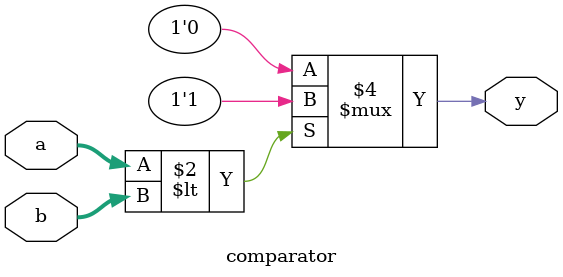
<source format=v>
`timescale 1ns / 1ps

module comparator(  input [3:0] a, b,
                    output reg y );
                    
always @ (*)
begin
    if ( a < b)
        y = 1;
    else
        y = 0;
end     
endmodule

</source>
